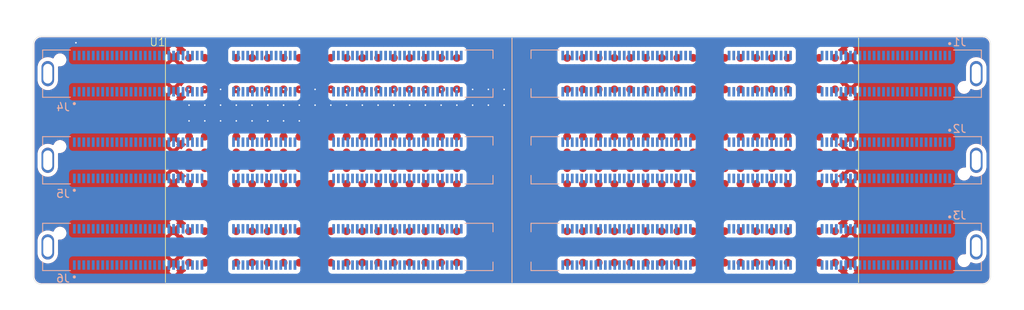
<source format=kicad_pcb>
(kicad_pcb (version 20240108) (generator "pcbnew") (generator_version "8.0")
  (layers (0 "F.Cu" signal) (1 "In1.Cu" signal) (2 "In2.Cu" signal) (3 "In3.Cu" signal) (4 "In4.Cu" signal) (5 "In5.Cu" signal) (6 "In6.Cu" signal) (31 "B.Cu" signal) (34 "B.Paste" user) (35 "F.Paste" user) (36 "B.SilkS" user "B.Silkscreen") (37 "F.SilkS" user "F.Silkscreen") (38 "B.Mask" user) (39 "F.Mask" user) (44 "Edge.Cuts" user))
  (net 0 "")
  (net 3 "unconnected-(U1-Col_2-Row_5-Pad21)")
  (net 5 "unconnected-(U1-Col_2-Row_4-Pad20)")
  (net 6 "Col_2-Row_1")
  (net 11 "unconnected-(U1-Col_2-Row_6-Pad22)")
  (net 17 "unconnected-(U1-Col_5-Row_6-Pad70)")
  (net 18 "unconnected-(U1-Col_3-Row_4-Pad36)")
  (net 21 "unconnected-(U1-Col_5-Row_4-Pad68)")
  (net 22 "unconnected-(U1-Col_5-Row_5-Pad69)")
  (net 28 "Col_3-Row_1")
  (net 31 "unconnected-(U1-Col_3-Row_5-Pad37)")
  (net 37 "Col_3-Row_2")
  (net 41 "unconnected-(U1-Col_4-Row_6-Pad54)")
  (net 43 "unconnected-(U1-Col_3-Row_6-Pad38)")
  (net 44 "unconnected-(U1-Col_4-Row_4-Pad52)")
  (net 46 "unconnected-(U1-Col_4-Row_5-Pad53)")
  (net 50 "unconnected-(U1-Col_8-Row_4-Pad116)")
  (net 51 "Col_15-Row_3")
  (net 52 "unconnected-(U1-Col_10-Row_5-Pad149)")
  (net 54 "Col_15-Row_1")
  (net 55 "unconnected-(U1-Col_10-Row_4-Pad148)")
  (net 56 "unconnected-(U1-Col_6-Row_4-Pad84)")
  (net 60 "unconnected-(U1-Col_6-Row_6-Pad86)")
  (net 65 "unconnected-(U1-Col_8-Row_6-Pad118)")
  (net 70 "unconnected-(U1-Col_11-Row_5-Pad165)")
  (net 71 "Col_13-Row_2")
  (net 74 "Col_8-Row_1")
  (net 80 "unconnected-(U1-Col_7-Row_4-Pad100)")
  (net 82 "Col_8-Row_3")
  (net 88 "Col_8-Row_2")
  (net 91 "unconnected-(U1-Col_9-Row_5-Pad133)")
  (net 98 "unconnected-(U1-Col_9-Row_6-Pad134)")
  (net 99 "unconnected-(U1-Col_6-Row_5-Pad85)")
  (net 100 "unconnected-(U1-Col_7-Row_5-Pad101)")
  (net 104 "Col_9-Row_2")
  (net 107 "unconnected-(U1-Col_11-Row_4-Pad164)")
  (net 108 "Col_11-Row_1")
  (net 110 "unconnected-(U1-Col_8-Row_5-Pad117)")
  (net 111 "Col_12-Row_3")
  (net 112 "Col_9-Row_1")
  (net 122 "unconnected-(U1-Col_9-Row_4-Pad132)")
  (net 127 "Col_17-Row_2")
  (net 130 "unconnected-(U1-Col_7-Row_6-Pad102)")
  (net 145 "unconnected-(U1-Col_12-Row_4-Pad180)")
  (net 146 "unconnected-(U1-Col_12-Row_5-Pad181)")
  (net 147 "Col_17-Row_3")
  (net 155 "Col_16-Row_3")
  (net 157 "Col_14-Row_2")
  (net 161 "Col_19-Row_3")
  (net 163 "Col_16-Row_1")
  (net 165 "Col_18-Row_1")
  (net 168 "unconnected-(U1-Col_14-Row_4-Pad212)")
  (net 171 "unconnected-(U1-Col_13-Row_4-Pad196)")
  (net 172 "Col_17-Row_1")
  (net 174 "Col_10-Row_3")
  (net 175 "Col_12-Row_2")
  (net 176 "unconnected-(U1-Col_13-Row_5-Pad197)")
  (net 178 "unconnected-(U1-Col_14-Row_5-Pad213)")
  (net 186 "Col_19-Row_1")
  (net 187 "unconnected-(U1-Col_18-Row_4-Pad276)")
  (net 192 "Col_11-Row_3")
  (net 200 "unconnected-(U1-Col_21-Row_4-Pad324)")
  (net 201 "Col_13-Row_3")
  (net 204 "Col_14-Row_1")
  (net 208 "unconnected-(U1-Col_18-Row_5-Pad277)")
  (net 216 "Col_18-Row_3")
  (net 217 "Col_12-Row_1")
  (net 220 "unconnected-(U1-Col_20-Row_4-Pad308)")
  (net 223 "unconnected-(U1-Col_22-Row_5-Pad341)")
  (net 227 "Col_11-Row_2")
  (net 228 "unconnected-(U1-Col_15-Row_4-Pad228)")
  (net 230 "Col_10-Row_1")
  (net 233 "Col_16-Row_2")
  (net 235 "Col_15-Row_2")
  (net 242 "Col_10-Row_2")
  (net 243 "unconnected-(U1-Col_22-Row_4-Pad340)")
  (net 246 "Col_18-Row_2")
  (net 253 "unconnected-(U1-Col_16-Row_5-Pad245)")
  (net 255 "Col_14-Row_3")
  (net 260 "Col_19-Row_2")
  (net 265 "unconnected-(U1-Col_19-Row_4-Pad292)")
  (net 269 "Col_13-Row_1")
  (net 272 "unconnected-(U1-Col_20-Row_5-Pad309)")
  (net 280 "unconnected-(U1-Col_19-Row_5-Pad293)")
  (net 287 "unconnected-(U1-Col_16-Row_4-Pad244)")
  (net 290 "unconnected-(U1-Col_17-Row_4-Pad260)")
  (net 292 "Col_21-Row_3")
  (net 294 "unconnected-(U1-Col_15-Row_5-Pad229)")
  (net 297 "unconnected-(U1-Col_21-Row_5-Pad325)")
  (net 305 "Col_21-Row_1")
  (net 309 "unconnected-(U1-Col_17-Row_5-Pad261)")
  (net 1073 "Col_21-Row_2")
  (net 1080 "Col_9-Row_3")
  (net 1084 "Col_2-Row_2")
  (net 1085 "Col_20-Row_2")
  (net 1087 "Col_20-Row_1")
  (net 1089 "Col_20-Row_3")
  (net 1092 "Col_22-Row_3")
  (net 1093 "Col_22-Row_1")
  (net 1096 "Col_22-Row_2")
  (net 1104 "Col_5-Row_1")
  (net 1119 "Col_4-Row_1")
  (net 1132 "Col_6-Row_1")
  (net 1145 "Col_5-Row_2")
  (net 1149 "Col_6-Row_2")
  (net 1441 "Col_4-Row_2")
  (net 1442 "Col_2-Row_3")
  (net 1443 "Col_3-Row_3")
  (net 1444 "Col_5-Row_3")
  (net 1445 "Col_6-Row_3")
  (net 1446 "Col_4-Row_3")
  (net 1447 "GND")
  (net 1448 "Col_7-Row_2")
  (net 1449 "Col_7-Row_3")
  (net 1450 "Col_7-Row_1")
  (footprint "HYDRA_Footprints:TPC_Adapter_Footprint" (layer "F.Cu") (at 102 50.5)
    (property "Reference" "U1")
    (property "Value" "~")
  )
  (footprint "HYDRA_Amphenol_card_footprint:AMPHENOL_ME1014010101011" (layer "B.Cu") (at 176 56 180)
    (property "Reference" "J1")
    (property "Value" "ME1014010101011" (hide yes))
  )
  (footprint "HYDRA_Amphenol_card_footprint:AMPHENOL_ME1014010101011" (layer "B.Cu") (at 114 78)
    (property "Reference" "J6")
    (property "Value" "ME1014010101011" (hide yes))
  )
  (footprint "HYDRA_Amphenol_card_footprint:AMPHENOL_ME1014010101011" (layer "B.Cu") (at 176 67 180)
    (property "Reference" "J2")
    (property "Value" "ME1014010101011" (hide yes))
  )
  (footprint "HYDRA_Amphenol_card_footprint:AMPHENOL_ME1014010101011" (layer "B.Cu") (at 114 56)
    (property "Reference" "J4")
    (property "Value" "ME1014010101011" (hide yes))
  )
  (footprint "HYDRA_Amphenol_card_footprint:AMPHENOL_ME1014010101011" (layer "B.Cu") (at 176 78 180)
    (property "Reference" "J3")
    (property "Value" "ME1014010101011" (hide yes))
  )
  (footprint "HYDRA_Amphenol_card_footprint:AMPHENOL_ME1014010101011" (layer "B.Cu") (at 114 67)
    (property "Reference" "J5")
    (property "Value" "ME1014010101011" (hide yes))
  )
  (gr_line (start 145 51.5) (end 145 82.5) (stroke (width 0.1)) (layer "B.SilkS"))
  (gr_arc (start 205.75 81.75) (mid 205.457107 82.457107) (end 204.75 82.75) (stroke (width 0.05)) (layer "Edge.Cuts"))
  (gr_line (start 205.75 52.25) (end 205.75 81.75) (stroke (width 0.05)) (layer "Edge.Cuts"))
  (gr_arc (start 204.75 51.25) (mid 205.457107 51.542893) (end 205.75 52.25) (stroke (width 0.05)) (layer "Edge.Cuts"))
  (gr_arc (start 85.25 82.75) (mid 84.542893 82.457107) (end 84.25 81.75) (stroke (width 0.05)) (layer "Edge.Cuts"))
  (gr_line (start 84.25 81.75) (end 84.25 52.25) (stroke (width 0.05)) (layer "Edge.Cuts"))
  (gr_arc (start 84.25 52.25) (mid 84.542893 51.542893) (end 85.25 51.25) (stroke (width 0.05)) (layer "Edge.Cuts"))
  (gr_line (start 85.25 51.25) (end 204.75 51.25) (stroke (width 0.05)) (layer "Edge.Cuts"))
  (gr_line (start 204.75 82.75) (end 85.25 82.75) (stroke (width 0.05)) (layer "Edge.Cuts"))
  (via blind (at 104 60) (size 0.4) (drill 0.2) (layers "F.Cu" "In1.Cu") (net 3))
  (via blind (at 104 58) (size 0.4) (drill 0.2) (layers "F.Cu" "In1.Cu") (net 5))
  (via blind (at 104 62) (size 0.4) (drill 0.2) (layers "F.Cu" "In1.Cu") (net 11))
  (via blind (at 110 62) (size 0.4) (drill 0.2) (layers "F.Cu" "In1.Cu") (net 17))
  (via blind (at 106 58) (size 0.4) (drill 0.2) (layers "F.Cu" "In1.Cu") (net 18))
  (via blind (at 110 58) (size 0.4) (drill 0.2) (layers "F.Cu" "In1.Cu") (net 21))
  (via blind (at 110 60) (size 0.4) (drill 0.2) (layers "F.Cu" "In1.Cu") (net 22))
  (via blind (at 106 60) (size 0.4) (drill 0.2) (layers "F.Cu" "In1.Cu") (net 31))
  (via blind (at 108 62) (size 0.4) (drill 0.2) (layers "F.Cu" "In1.Cu") (net 41))
  (via blind (at 106 62) (size 0.4) (drill 0.2) (layers "F.Cu" "In1.Cu") (net 43))
  (via blind (at 108 58) (size 0.4) (drill 0.2) (layers "F.Cu" "In1.Cu") (net 44))
  (via blind (at 108 60) (size 0.4) (drill 0.2) (layers "F.Cu" "In1.Cu") (net 46))
  (via blind (at 116 58) (size 0.4) (drill 0.2) (layers "F.Cu" "In1.Cu") (net 50))
  (via blind (at 120 60) (size 0.4) (drill 0.2) (layers "F.Cu" "In1.Cu") (net 52))
  (via blind (at 120 58) (size 0.4) (drill 0.2) (layers "F.Cu" "In1.Cu") (net 55))
  (via blind (at 112 58) (size 0.4) (drill 0.2) (layers "F.Cu" "In1.Cu") (net 56))
  (via blind (at 112 62) (size 0.4) (drill 0.2) (layers "F.Cu" "In1.Cu") (net 60))
  (via blind (at 116 62) (size 0.4) (drill 0.2) (layers "F.Cu" "In1.Cu") (net 65))
  (via blind (at 122 60) (size 0.4) (drill 0.2) (layers "F.Cu" "In1.Cu") (net 70))
  (via blind (at 114 58) (size 0.4) (drill 0.2) (layers "F.Cu" "In1.Cu") (net 80))
  (via blind (at 118 60) (size 0.4) (drill 0.2) (layers "F.Cu" "In1.Cu") (net 91))
  (via blind (at 118 62) (size 0.4) (drill 0.2) (layers "F.Cu" "In1.Cu") (net 98))
  (via blind (at 112 60) (size 0.4) (drill 0.2) (layers "F.Cu" "In1.Cu") (net 99))
  (via blind (at 114 60) (size 0.4) (drill 0.2) (layers "F.Cu" "In1.Cu") (net 100))
  (via blind (at 122 58) (size 0.4) (drill 0.2) (layers "F.Cu" "In1.Cu") (net 107))
  (via blind (at 116 60) (size 0.4) (drill 0.2) (layers "F.Cu" "In1.Cu") (net 110))
  (segment (start 118 58) (end 118.020002 58) (width 0.1) (layer "F.Cu") (net 122))
  (via blind (at 118.020002 58) (size 0.4) (drill 0.2) (layers "F.Cu" "In1.Cu") (net 122))
  (via blind (at 114 62) (size 0.4) (drill 0.2) (layers "F.Cu" "In1.Cu") (net 130))
  (via blind (at 124 58) (size 0.4) (drill 0.2) (layers "F.Cu" "In1.Cu") (net 145))
  (via blind (at 124 60) (size 0.4) (drill 0.2) (layers "F.Cu" "In1.Cu") (net 146))
  (via blind (at 128 58) (size 0.4) (drill 0.2) (layers "F.Cu" "In1.Cu") (net 168))
  (via blind (at 126 58) (size 0.4) (drill 0.2) (layers "F.Cu" "In1.Cu") (net 171))
  (segment (start 112.645 53.671435) (end 112.645 53.7) (width 0.1) (layer "B.Cu") (net 174))
  (segment (start 112.729998 53.586437) (end 112.645 53.671435) (width 0.1) (layer "B.Cu") (net 174))
  (via blind (at 126 60) (size 0.4) (drill 0.2) (layers "F.Cu" "In1.Cu") (net 176))
  (via blind (at 128 60) (size 0.4) (drill 0.2) (layers "F.Cu" "In1.Cu") (net 178))
  (via blind (at 136 58) (size 0.4) (drill 0.2) (layers "F.Cu" "In1.Cu") (net 187))
  (via blind (at 142 58) (size 0.4) (drill 0.2) (layers "F.Cu" "In1.Cu") (net 200))
  (via blind (at 136 60) (size 0.4) (drill 0.2) (layers "F.Cu" "In1.Cu") (net 208))
  (via blind (at 140 58) (size 0.4) (drill 0.2) (layers "F.Cu" "In1.Cu") (net 220))
  (via blind (at 144 60) (size 0.4) (drill 0.2) (layers "F.Cu" "In1.Cu") (net 223))
  (via blind (at 130 58) (size 0.4) (drill 0.2) (layers "F.Cu" "In1.Cu") (net 228))
  (via blind (at 144 58) (size 0.4) (drill 0.2) (layers "F.Cu" "In1.Cu") (net 243))
  (via blind (at 132 60) (size 0.4) (drill 0.2) (layers "F.Cu" "In1.Cu") (net 253))
  (via blind (at 138 58) (size 0.4) (drill 0.2) (layers "F.Cu" "In1.Cu") (net 265))
  (via blind (at 140 60) (size 0.4) (drill 0.2) (layers "F.Cu" "In1.Cu") (net 272))
  (via blind (at 138 60) (size 0.4) (drill 0.2) (layers "F.Cu" "In1.Cu") (net 280))
  (via blind (at 132 58) (size 0.4) (drill 0.2) (layers "F.Cu" "In1.Cu") (net 287))
  (via blind (at 134 58) (size 0.4) (drill 0.2) (layers "F.Cu" "In1.Cu") (net 290))
  (via blind (at 130 60) (size 0.4) (drill 0.2) (layers "F.Cu" "In1.Cu") (net 294))
  (via blind (at 142 60) (size 0.4) (drill 0.2) (layers "F.Cu" "In1.Cu") (net 297))
  (via blind (at 134 60) (size 0.4) (drill 0.2) (layers "F.Cu" "In1.Cu") (net 309))
  (via (at 89.64 52.08) (size 0.4) (drill 0.2) (layers "F.Cu" "B.Cu") (net 1447))
  (zone (net 1447) (net_name "GND") (layers "F&B.Cu") (connect_pads (clearance 0.5)) (min_thickness 0.25) (fill yes (thermal_gap 0.5) (thermal_bridge_width 0.5))
    (polygon (pts (xy 80 48) (xy 210 48) (xy 210 86) (xy 80 86)))
  )
)
</source>
